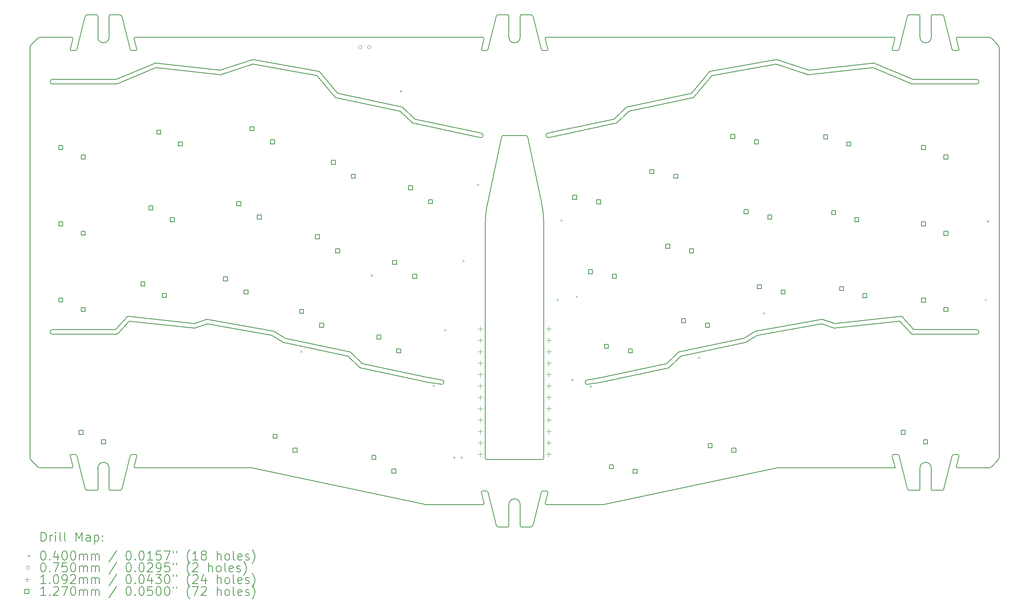
<source format=gbr>
%FSLAX45Y45*%
G04 Gerber Fmt 4.5, Leading zero omitted, Abs format (unit mm)*
G04 Created by KiCad (PCBNEW (6.0.4-0)) date 2022-11-11 23:09:15*
%MOMM*%
%LPD*%
G01*
G04 APERTURE LIST*
%TA.AperFunction,Profile*%
%ADD10C,0.150000*%
%TD*%
%ADD11C,0.200000*%
%ADD12C,0.040000*%
%ADD13C,0.075000*%
%ADD14C,0.109220*%
%ADD15C,0.127000*%
G04 APERTURE END LIST*
D10*
X23355500Y-4989336D02*
X23355500Y-4514336D01*
X18306626Y-6337484D02*
G75*
G03*
X18317892Y-6330656I-4166J19584D01*
G01*
X24187519Y-4989331D02*
G75*
G03*
X24163266Y-5020399I11J-25009D01*
G01*
X16309990Y-15408656D02*
G75*
G03*
X16330781Y-15406471I0J100016D01*
G01*
X10885396Y-12360630D02*
G75*
G03*
X10895131Y-12365809I13895J14380D01*
G01*
X4799539Y-4489338D02*
G75*
G03*
X4751032Y-4527209I1J-50002D01*
G01*
X20860547Y-5722006D02*
X20158933Y-5490909D01*
X22805500Y-14594700D02*
X22738266Y-14325763D01*
X13560260Y-7227638D02*
G75*
G03*
X13581051Y-7129824I10390J48908D01*
G01*
X24949789Y-5018626D02*
G75*
G03*
X24879079Y-4989336I-70709J-70704D01*
G01*
X13578266Y-5258273D02*
X13637734Y-5020399D01*
X24222734Y-14325763D02*
G75*
G03*
X24198481Y-14294700I-24254J6063D01*
G01*
X5035500Y-15069700D02*
X5035500Y-14594700D01*
X14320500Y-7178731D02*
X14563129Y-7178731D01*
X13602519Y-15108656D02*
X13700981Y-15108656D01*
X13613481Y-15408662D02*
G75*
G03*
X13637734Y-15377593I-1J25002D01*
G01*
X4565234Y-14313637D02*
G75*
G03*
X4540981Y-14294700I-24254J-6063D01*
G01*
X23184460Y-6030176D02*
X24620500Y-6030176D01*
X7470797Y-11280888D02*
X8941143Y-11540150D01*
X13462445Y-7206848D02*
X12055278Y-6907745D01*
X3520500Y-5230757D02*
X3520500Y-14353279D01*
X21454211Y-11370924D02*
G75*
G03*
X21462496Y-11371797I6189J18974D01*
G01*
X5521461Y-15094701D02*
G75*
G03*
X5569968Y-15056827I-1J50001D01*
G01*
X3549789Y-14423989D02*
X3691211Y-14565411D01*
X23630500Y-15094700D02*
X23841461Y-15094700D01*
X15080740Y-7227639D02*
X15178555Y-7206848D01*
X16809788Y-6556524D02*
X16546614Y-6810716D01*
X23605500Y-14594700D02*
G75*
G03*
X23355500Y-14594700I-125000J0D01*
G01*
X19728596Y-11637963D02*
X19467541Y-11794284D01*
X14445500Y-15408656D02*
X14445500Y-15883656D01*
X9173458Y-11794285D02*
G75*
G03*
X9179575Y-11796688I10272J17165D01*
G01*
X5902734Y-14325763D02*
G75*
G03*
X5878481Y-14294700I-24254J6063D01*
G01*
X23206644Y-11503642D02*
G75*
G03*
X23221431Y-11510176I14786J13462D01*
G01*
X13725236Y-15127592D02*
G75*
G03*
X13700981Y-15108656I-24257J-6068D01*
G01*
X18727029Y-5842518D02*
G75*
G03*
X18715078Y-5849484I3491J-19722D01*
G01*
X14170500Y-4489336D02*
X13959539Y-4489336D01*
X23841461Y-4489336D02*
X23630500Y-4489336D01*
X14729970Y-4527209D02*
G75*
G03*
X14681461Y-4489336I-48510J-12131D01*
G01*
X5878481Y-5289342D02*
G75*
G03*
X5902734Y-5258273I-1J25002D01*
G01*
X13560259Y-7227639D02*
X13462445Y-7206848D01*
X13670500Y-10908656D02*
X13670500Y-9118865D01*
X5463756Y-11610176D02*
X4020500Y-11610176D01*
X5569970Y-4527209D02*
G75*
G03*
X5521461Y-4489336I-48510J-12131D01*
G01*
X4751032Y-4527209D02*
X4565234Y-5270399D01*
X24100019Y-14294699D02*
G75*
G03*
X24075766Y-14313637I1J-25001D01*
G01*
X13637738Y-5020400D02*
G75*
G03*
X13613481Y-4989336I-24259J6060D01*
G01*
X13725234Y-15127593D02*
X13911032Y-15870783D01*
X22951539Y-11223492D02*
G75*
G03*
X22934662Y-11217066I-14789J-13468D01*
G01*
X5285500Y-4514336D02*
X5285500Y-4989336D01*
X12691125Y-12731864D02*
X12401910Y-12686056D01*
X10612485Y-12101262D02*
X9179575Y-11796688D01*
X11772632Y-6643199D02*
X10334374Y-6337487D01*
X4418271Y-5258274D02*
G75*
G03*
X4442519Y-5289336I24249J-6066D01*
G01*
X24620500Y-11610176D02*
X23177244Y-11610176D01*
X14470500Y-4489340D02*
G75*
G03*
X14445500Y-4514336I0J-25000D01*
G01*
X11782367Y-6648378D02*
G75*
G03*
X11772632Y-6643199I-13897J-14382D01*
G01*
X5902734Y-14325763D02*
X5843266Y-14563637D01*
X15157764Y-7109033D02*
X15059949Y-7129824D01*
X5755769Y-5270398D02*
G75*
G03*
X5780019Y-5289336I24251J6058D01*
G01*
X14915766Y-5270399D02*
X14729968Y-4527209D01*
X5463756Y-11610175D02*
G75*
G03*
X5478544Y-11603642I4J19995D01*
G01*
X14445500Y-4514336D02*
X14445500Y-4989336D01*
X12331010Y-15408656D02*
X13613481Y-15408656D01*
X21443488Y-11472601D02*
G75*
G03*
X21451772Y-11473475I6192J19001D01*
G01*
X5569968Y-15056827D02*
X5755766Y-14313637D01*
X6312727Y-5672546D02*
X5464280Y-6028618D01*
X4751033Y-15056826D02*
G75*
G03*
X4799539Y-15094700I48507J12127D01*
G01*
X13613481Y-4989336D02*
X5867519Y-4989336D01*
X14970500Y-9118392D02*
G75*
G03*
X14926989Y-8703483I-2000000J2D01*
G01*
X10389287Y-6246925D02*
X11821476Y-6551347D01*
X3520501Y-14353279D02*
G75*
G03*
X3549789Y-14423989I99999J-1D01*
G01*
X19430458Y-11699932D02*
X19693055Y-11542687D01*
X22328273Y-5672546D02*
X23176720Y-6028618D01*
X5035500Y-4989336D02*
X5035500Y-4514336D01*
X15934231Y-12633095D02*
G75*
G03*
X15949875Y-12731864I7819J-49385D01*
G01*
X17745870Y-12365810D02*
G75*
G03*
X17755606Y-12360631I-4170J19580D01*
G01*
X8489467Y-5593757D02*
X7791349Y-5823702D01*
X21179870Y-11281567D02*
G75*
G03*
X21170203Y-11280888I-6190J-18983D01*
G01*
X20857999Y-5824596D02*
X22318443Y-5671097D01*
X22762519Y-14294700D02*
X22860981Y-14294700D01*
X9913971Y-5842520D02*
X8499196Y-5593057D01*
X5310500Y-4489340D02*
G75*
G03*
X5285500Y-4514336I0J-25000D01*
G01*
X5035504Y-4514336D02*
G75*
G03*
X5010500Y-4489336I-25004J-4D01*
G01*
X24879079Y-4989336D02*
X24187519Y-4989336D01*
X19735398Y-11635425D02*
G75*
G03*
X19728596Y-11637963I3473J-19695D01*
G01*
X7772105Y-5722898D02*
G75*
G03*
X7780453Y-5722006I2095J19888D01*
G01*
X14681461Y-4489336D02*
X14470500Y-4489336D01*
X23841461Y-15094701D02*
G75*
G03*
X23889968Y-15056827I-1J50001D01*
G01*
X5780019Y-14294699D02*
G75*
G03*
X5755766Y-14313637I1J-25001D01*
G01*
X14195500Y-4989336D02*
X14195500Y-4514336D01*
X5285500Y-14594700D02*
X5285500Y-15069700D01*
X23162456Y-11603642D02*
X22911670Y-11328232D01*
X5729330Y-11328232D02*
X5478544Y-11603642D01*
X5867519Y-14594700D02*
X8480627Y-14594700D01*
X11831213Y-6556523D02*
G75*
G03*
X11821476Y-6551347I-13893J-14387D01*
G01*
X24620500Y-5930176D02*
X23204593Y-5930176D01*
X14970500Y-9118392D02*
X14970500Y-10908656D01*
X5285500Y-14594700D02*
G75*
G03*
X5035500Y-14594700I-125000J0D01*
G01*
X13670500Y-10908656D02*
X13670500Y-14388656D01*
X16819525Y-6551348D02*
G75*
G03*
X16809788Y-6556524I4166J-19582D01*
G01*
X15038481Y-5289332D02*
G75*
G03*
X15062734Y-5258273I9J24992D01*
G01*
X5456540Y-6030176D02*
G75*
G03*
X5464280Y-6028618I0J20006D01*
G01*
X18673371Y-5750442D02*
G75*
G03*
X18661419Y-5757403I3469J-19698D01*
G01*
X14445500Y-15408656D02*
G75*
G03*
X14195500Y-15408656I-125000J0D01*
G01*
X20149204Y-5490209D02*
X18673370Y-5750438D01*
X3549791Y-5160048D02*
G75*
G03*
X3520500Y-5230757I70709J-70712D01*
G01*
X25091209Y-14423988D02*
G75*
G03*
X25120500Y-14353279I-70699J70708D01*
G01*
X22860981Y-5289336D02*
X22762519Y-5289336D01*
X16330781Y-15406471D02*
X20139582Y-14596885D01*
X4453481Y-14594701D02*
G75*
G03*
X4477734Y-14563637I-1J25001D01*
G01*
X20158934Y-5490909D02*
G75*
G03*
X20149204Y-5490209I-6254J-18972D01*
G01*
X7186789Y-11370923D02*
X7461130Y-11281567D01*
X10885394Y-12360631D02*
X10622221Y-12106440D01*
X13690500Y-14408656D02*
X14950500Y-14408656D01*
X7189228Y-11473475D02*
G75*
G03*
X7197512Y-11472601I2092J19885D01*
G01*
X24187519Y-14594700D02*
X24879079Y-14594700D01*
X22860981Y-5289342D02*
G75*
G03*
X22885234Y-5270399I-11J25012D01*
G01*
X10671064Y-12014588D02*
G75*
G03*
X10661329Y-12009410I-13894J-14382D01*
G01*
X5010500Y-4489336D02*
X4799539Y-4489336D01*
X11831212Y-6556524D02*
X12094385Y-6810716D01*
X5878481Y-5289336D02*
X5780019Y-5289336D01*
X22762519Y-14294699D02*
G75*
G03*
X22738266Y-14325763I1J-25001D01*
G01*
X21462496Y-11371797D02*
X22934662Y-11217066D01*
X13911032Y-4527209D02*
X13725234Y-5270399D01*
X16221890Y-12587506D02*
X17697025Y-12273957D01*
X7470797Y-11280890D02*
G75*
G03*
X7461130Y-11281567I-3477J-19700D01*
G01*
X3691210Y-14565411D02*
G75*
G03*
X3761921Y-14594700I70710J70711D01*
G01*
X5035500Y-4989336D02*
G75*
G03*
X5285500Y-4989336I125000J0D01*
G01*
X10323109Y-6330656D02*
G75*
G03*
X10334374Y-6337487I15422J12726D01*
G01*
X7189228Y-11473475D02*
X5746209Y-11321808D01*
X24198481Y-5289336D02*
X24100019Y-5289336D01*
X10622223Y-12106437D02*
G75*
G03*
X10612485Y-12101262I-13893J-14393D01*
G01*
X14612041Y-7218359D02*
G75*
G03*
X14563129Y-7178731I-48911J-10371D01*
G01*
X8947945Y-11542687D02*
X9210543Y-11699932D01*
X9979581Y-5757403D02*
X10378021Y-6240094D01*
X20860547Y-5722006D02*
G75*
G03*
X20868895Y-5722900I6253J18956D01*
G01*
X10323108Y-6330656D02*
X9925922Y-5849484D01*
X21172643Y-11384384D02*
G75*
G03*
X21162976Y-11383705I-6193J-19006D01*
G01*
X25120500Y-14353279D02*
X25120500Y-5230757D01*
X23605500Y-15069700D02*
G75*
G03*
X23630500Y-15094700I25000J0D01*
G01*
X14078696Y-7178726D02*
G75*
G03*
X14029789Y-7218336I4J-50004D01*
G01*
X20151534Y-5593756D02*
G75*
G03*
X20141804Y-5593057I-6254J-18964D01*
G01*
X24163266Y-14563637D02*
G75*
G03*
X24187519Y-14594700I24254J-6063D01*
G01*
X10671065Y-12014588D02*
X10934238Y-12268779D01*
X5706338Y-11217065D02*
G75*
G03*
X5689460Y-11223491I-2088J-19895D01*
G01*
X4020500Y-11510184D02*
G75*
G03*
X4020500Y-11610176I0J-49996D01*
G01*
X15027519Y-4989331D02*
G75*
G03*
X15003266Y-5020399I11J-25009D01*
G01*
X22797726Y-5020397D02*
G75*
G03*
X22773481Y-4989336I-24247J6067D01*
G01*
X22911669Y-11328233D02*
G75*
G03*
X22894791Y-11321808I-14789J-13467D01*
G01*
X13714204Y-8703041D02*
G75*
G03*
X13670500Y-9118865I1956296J-415819D01*
G01*
X15038481Y-5289336D02*
X14940019Y-5289336D01*
X8501418Y-14596885D02*
G75*
G03*
X8480627Y-14594700I-20788J-97805D01*
G01*
X22738259Y-5258271D02*
G75*
G03*
X22762519Y-5289336I24261J-6059D01*
G01*
X17979672Y-12009410D02*
X19424341Y-11702336D01*
X22738266Y-5258273D02*
X22797734Y-5020399D01*
X10378018Y-6240097D02*
G75*
G03*
X10389287Y-6246925I15422J12737D01*
G01*
X23330500Y-15094700D02*
G75*
G03*
X23355500Y-15069700I0J25000D01*
G01*
X15062738Y-15139720D02*
G75*
G03*
X15038481Y-15108656I-24258J6061D01*
G01*
X16595458Y-6902567D02*
X16858632Y-6648376D01*
X13602519Y-15108660D02*
G75*
G03*
X13578266Y-15139719I1J-25000D01*
G01*
X12045541Y-6902567D02*
X11782368Y-6648376D01*
X5419569Y-11510176D02*
G75*
G03*
X5434356Y-11503642I2J19996D01*
G01*
X18661419Y-5757403D02*
X18262979Y-6240094D01*
X12401910Y-12686056D02*
X12400881Y-12685866D01*
X24163266Y-5020399D02*
X24222734Y-5258273D01*
X23196854Y-5928617D02*
G75*
G03*
X23204593Y-5930176I7736J18407D01*
G01*
X24198481Y-5289332D02*
G75*
G03*
X24222734Y-5258273I9J24992D01*
G01*
X8912404Y-11637963D02*
G75*
G03*
X8905603Y-11635425I-10274J-17157D01*
G01*
X15003266Y-5020399D02*
X15062734Y-5258273D01*
X22894791Y-11321808D02*
X21451772Y-11473475D01*
X14950500Y-14408650D02*
G75*
G03*
X14970500Y-14388656I10J19990D01*
G01*
X7468357Y-11384384D02*
X7197512Y-11472601D01*
X12094385Y-6810716D02*
G75*
G03*
X12104122Y-6815893I13895J14386D01*
G01*
X5780019Y-14294700D02*
X5878481Y-14294700D01*
X18251713Y-6246925D02*
X16819524Y-6551347D01*
X9210543Y-11699932D02*
G75*
G03*
X9216659Y-11702336I10277J17162D01*
G01*
X14195500Y-4989336D02*
G75*
G03*
X14445500Y-4989336I125000J0D01*
G01*
X22343325Y-5570413D02*
G75*
G03*
X22333494Y-5568965I-7745J-18477D01*
G01*
X3691211Y-5018625D02*
X3549789Y-5160047D01*
X24620500Y-11610184D02*
G75*
G03*
X24620500Y-11510176I0J50004D01*
G01*
X6307506Y-5568965D02*
X7772105Y-5722900D01*
X14320500Y-7178731D02*
X14078696Y-7178731D01*
X4540981Y-5289340D02*
G75*
G03*
X4565234Y-5270399I-1J25000D01*
G01*
X24075769Y-5270398D02*
G75*
G03*
X24100019Y-5289336I24251J6058D01*
G01*
X24620500Y-6030184D02*
G75*
G03*
X24620500Y-5930176I0J50004D01*
G01*
X9979581Y-5757402D02*
G75*
G03*
X9967630Y-5750438I-15421J-12728D01*
G01*
X5843266Y-5020399D02*
X5902734Y-5258273D01*
X14940019Y-15108656D02*
X15038481Y-15108656D01*
X22333494Y-5568965D02*
X20868895Y-5722900D01*
X12104122Y-6815893D02*
X13483236Y-7109033D01*
X8499196Y-5593058D02*
G75*
G03*
X8489467Y-5593757I-3476J-19692D01*
G01*
X23889963Y-4527211D02*
G75*
G03*
X23841461Y-4489336I-48503J-12120D01*
G01*
X16868368Y-6643199D02*
X18306626Y-6337487D01*
X16868368Y-6643196D02*
G75*
G03*
X16858632Y-6648376I4152J-19544D01*
G01*
X23630500Y-4489330D02*
G75*
G03*
X23605500Y-4514336I10J-25010D01*
G01*
X25091211Y-5160047D02*
X24949789Y-5018625D01*
X4477734Y-14563637D02*
X4418266Y-14325763D01*
X17706762Y-12268779D02*
X17969935Y-12014588D01*
X14729968Y-15870783D02*
X14915766Y-15127593D01*
X23605500Y-14594700D02*
X23605500Y-15069700D01*
X16536878Y-6815893D02*
G75*
G03*
X16546614Y-6810716I-4158J19563D01*
G01*
X23221431Y-11510176D02*
X24620500Y-11510176D01*
X12045542Y-6902566D02*
G75*
G03*
X12055278Y-6907745I13898J14387D01*
G01*
X14470500Y-15908656D02*
X14681461Y-15908656D01*
X23605500Y-4514336D02*
X23605500Y-4989336D01*
X19461425Y-11796688D02*
X18028516Y-12101262D01*
X4799539Y-15094700D02*
X5010500Y-15094700D01*
X22773481Y-4989336D02*
X15027519Y-4989336D01*
X23330500Y-4489336D02*
X23119539Y-4489336D01*
X9925924Y-5849482D02*
G75*
G03*
X9913971Y-5842520I-15424J-12738D01*
G01*
X18317892Y-6330656D02*
X18715078Y-5849484D01*
X19699857Y-11540150D02*
X21170203Y-11280888D01*
X15027519Y-15408656D02*
X16309990Y-15408656D01*
X5434356Y-11503642D02*
X5689460Y-11223491D01*
X18018779Y-12106440D02*
X17755606Y-12360631D01*
X10943975Y-12273957D02*
X12419110Y-12587506D01*
X8491796Y-5490209D02*
X9967630Y-5750438D01*
X16585723Y-6907747D02*
G75*
G03*
X16595458Y-6902567I-4153J19547D01*
G01*
X24879079Y-14594699D02*
G75*
G03*
X24949789Y-14565411I1J99999D01*
G01*
X4442519Y-14294699D02*
G75*
G03*
X4418266Y-14325763I1J-25001D01*
G01*
X12691125Y-12731864D02*
G75*
G03*
X12706769Y-12633095I7825J49384D01*
G01*
X13637734Y-15377593D02*
X13578266Y-15139719D01*
X4020500Y-5930184D02*
G75*
G03*
X4020500Y-6030176I0J-49996D01*
G01*
X18727029Y-5842520D02*
X20141804Y-5593057D01*
X13959539Y-4489338D02*
G75*
G03*
X13911032Y-4527209I1J-50002D01*
G01*
X22885234Y-14313637D02*
X23071032Y-15056827D01*
X4540981Y-5289336D02*
X4442519Y-5289336D01*
X12400881Y-12685866D02*
X10895131Y-12365809D01*
X7783001Y-5824596D02*
X6322557Y-5671097D01*
X14170500Y-15908660D02*
G75*
G03*
X14195500Y-15883656I0J25000D01*
G01*
X21162976Y-11383705D02*
X19735398Y-11635425D01*
X24222734Y-14325763D02*
X24163266Y-14563637D01*
X4020500Y-5930176D02*
X5436407Y-5930176D01*
X5010500Y-15094700D02*
G75*
G03*
X5035500Y-15069700I0J25000D01*
G01*
X15059949Y-7129823D02*
G75*
G03*
X15080740Y-7227639I10401J-48907D01*
G01*
X23889968Y-15056827D02*
X24075766Y-14313637D01*
X3761921Y-4989338D02*
G75*
G03*
X3691211Y-5018625I-1J-100002D01*
G01*
X15003271Y-15377594D02*
G75*
G03*
X15027519Y-15408656I24249J-6066D01*
G01*
X12419110Y-12587506D02*
X12420140Y-12587697D01*
X16220860Y-12587697D02*
X16221890Y-12587506D01*
X13700981Y-5289340D02*
G75*
G03*
X13725234Y-5270399I-1J25000D01*
G01*
X17697026Y-12273959D02*
G75*
G03*
X17706762Y-12268779I-4176J19589D01*
G01*
X14445504Y-15883656D02*
G75*
G03*
X14470500Y-15908656I24996J-4D01*
G01*
X20849651Y-5823702D02*
G75*
G03*
X20857999Y-5824596I6259J19012D01*
G01*
X22951540Y-11223491D02*
X23206644Y-11503642D01*
X19699858Y-11540151D02*
G75*
G03*
X19693055Y-11542687I3462J-19679D01*
G01*
X5706338Y-11217066D02*
X7178504Y-11371797D01*
X14915769Y-5270398D02*
G75*
G03*
X14940019Y-5289336I24251J6058D01*
G01*
X5746209Y-11321807D02*
G75*
G03*
X5729330Y-11328232I-2089J-19893D01*
G01*
X22885234Y-14313637D02*
G75*
G03*
X22860981Y-14294700I-24254J-6063D01*
G01*
X8947944Y-11542687D02*
G75*
G03*
X8941143Y-11540150I-10274J-17153D01*
G01*
X16240119Y-12685866D02*
X16239090Y-12686056D01*
X16536878Y-6815893D02*
X15157764Y-7109033D01*
X22328273Y-5672545D02*
G75*
G03*
X22318443Y-5671097I-7743J-18475D01*
G01*
X8905603Y-11635425D02*
X7478024Y-11383705D01*
X23119539Y-4489328D02*
G75*
G03*
X23071032Y-4527209I11J-50012D01*
G01*
X5755766Y-5270399D02*
X5569968Y-4527209D01*
X23355500Y-4989336D02*
G75*
G03*
X23605500Y-4989336I125000J0D01*
G01*
X13670504Y-14388656D02*
G75*
G03*
X13690500Y-14408656I19996J-4D01*
G01*
X23176721Y-6028618D02*
G75*
G03*
X23184460Y-6030176I7739J18438D01*
G01*
X4418266Y-5258273D02*
X4477734Y-5020399D01*
X23355494Y-4514336D02*
G75*
G03*
X23330500Y-4489336I-24994J6D01*
G01*
X23119539Y-15094700D02*
X23330500Y-15094700D01*
X8501418Y-14596885D02*
X12310219Y-15406471D01*
X14681461Y-15908658D02*
G75*
G03*
X14729968Y-15870783I9J49988D01*
G01*
X18251713Y-6246926D02*
G75*
G03*
X18262979Y-6240094I-4173J19586D01*
G01*
X14195500Y-15883656D02*
X14195500Y-15408656D01*
X21443488Y-11472601D02*
X21172643Y-11384384D01*
X25120498Y-5230757D02*
G75*
G03*
X25091211Y-5160047I-99988J7D01*
G01*
X13911036Y-15870782D02*
G75*
G03*
X13959539Y-15908656I48504J12122D01*
G01*
X14612041Y-7218359D02*
X14926989Y-8703483D01*
X5867519Y-4989340D02*
G75*
G03*
X5843266Y-5020399I1J-25000D01*
G01*
X5285500Y-15069700D02*
G75*
G03*
X5310500Y-15094700I25000J0D01*
G01*
X23196854Y-5928618D02*
X22343324Y-5570413D01*
X15062734Y-15139719D02*
X15003266Y-15377593D01*
X4477739Y-5020400D02*
G75*
G03*
X4453481Y-4989336I-24259J6060D01*
G01*
X14970500Y-14388656D02*
X14970500Y-10908656D01*
X17979672Y-12009412D02*
G75*
G03*
X17969935Y-12014588I4148J-19548D01*
G01*
X23162457Y-11603641D02*
G75*
G03*
X23177244Y-11610176I14783J13451D01*
G01*
X9173459Y-11794284D02*
X8912404Y-11637963D01*
X16239090Y-12686056D02*
X15949875Y-12731864D01*
X24949789Y-14565411D02*
X25091211Y-14423989D01*
X9216659Y-11702336D02*
X10661329Y-12009410D01*
X23071033Y-15056826D02*
G75*
G03*
X23119539Y-15094700I48507J12127D01*
G01*
X20160373Y-14594700D02*
X22805500Y-14594700D01*
X8491796Y-5490211D02*
G75*
G03*
X8482067Y-5490909I-3476J-19699D01*
G01*
X13959539Y-15908656D02*
X14170500Y-15908656D01*
X4020500Y-11510176D02*
X5419569Y-11510176D01*
X15934231Y-12633095D02*
X16220860Y-12587697D01*
X7478024Y-11383705D02*
G75*
G03*
X7468357Y-11384384I-3474J-19695D01*
G01*
X24075766Y-5270399D02*
X23889968Y-4527209D01*
X5843266Y-14563637D02*
G75*
G03*
X5867519Y-14594700I24254J-6063D01*
G01*
X19461425Y-11796689D02*
G75*
G03*
X19467541Y-11794284I-4185J19619D01*
G01*
X14940019Y-15108649D02*
G75*
G03*
X14915766Y-15127593I11J-25011D01*
G01*
X6307506Y-5568963D02*
G75*
G03*
X6297676Y-5570413I-2086J-19898D01*
G01*
X12310219Y-15406471D02*
G75*
G03*
X12331010Y-15408656I20791J97821D01*
G01*
X13700981Y-5289336D02*
X13602519Y-5289336D01*
X3761921Y-14594700D02*
X4453481Y-14594700D01*
X12420140Y-12587697D02*
X12706769Y-12633095D01*
X15178555Y-7206848D02*
X16585722Y-6907745D01*
X14029789Y-7218336D02*
X13714205Y-8703041D01*
X5436407Y-5930174D02*
G75*
G03*
X5444146Y-5928618I3J20005D01*
G01*
X23071032Y-4527209D02*
X22885234Y-5270399D01*
X7780453Y-5722006D02*
X8482067Y-5490909D01*
X5521461Y-4489336D02*
X5310500Y-4489336D01*
X7783001Y-5824597D02*
G75*
G03*
X7791349Y-5823702I2089J19897D01*
G01*
X19424341Y-11702336D02*
G75*
G03*
X19430458Y-11699932I-4151J19546D01*
G01*
X20151534Y-5593757D02*
X20849651Y-5823702D01*
X4565234Y-14313637D02*
X4751032Y-15056827D01*
X4453481Y-4989336D02*
X3761921Y-4989336D01*
X13578271Y-5258274D02*
G75*
G03*
X13602519Y-5289336I24249J-6066D01*
G01*
X5456540Y-6030176D02*
X4020500Y-6030176D01*
X14195504Y-4514336D02*
G75*
G03*
X14170500Y-4489336I-25004J-4D01*
G01*
X18028515Y-12101261D02*
G75*
G03*
X18018779Y-12106440I4185J-19609D01*
G01*
X7178504Y-11371799D02*
G75*
G03*
X7186789Y-11370923I2086J19889D01*
G01*
X13483236Y-7109033D02*
X13581051Y-7129824D01*
X24100019Y-14294700D02*
X24198481Y-14294700D01*
X20160373Y-14594699D02*
G75*
G03*
X20139582Y-14596885I7J-100031D01*
G01*
X10934237Y-12268781D02*
G75*
G03*
X10943975Y-12273957I13893J14391D01*
G01*
X5444146Y-5928618D02*
X6297676Y-5570413D01*
X23355500Y-15069700D02*
X23355500Y-14594700D01*
X6322557Y-5671096D02*
G75*
G03*
X6312727Y-5672546I-2087J-19894D01*
G01*
X4442519Y-14294700D02*
X4540981Y-14294700D01*
X17745870Y-12365809D02*
X16240119Y-12685866D01*
X21179870Y-11281567D02*
X21454211Y-11370923D01*
X5310500Y-15094700D02*
X5521461Y-15094700D01*
D11*
D12*
X9544238Y-11973483D02*
X9584238Y-12013483D01*
X9584238Y-11973483D02*
X9544238Y-12013483D01*
X11116389Y-10284160D02*
X11156389Y-10324160D01*
X11156389Y-10284160D02*
X11116389Y-10324160D01*
X11763153Y-6172691D02*
X11803153Y-6212691D01*
X11803153Y-6172691D02*
X11763153Y-6212691D01*
X12498415Y-12738611D02*
X12538415Y-12778611D01*
X12538415Y-12738611D02*
X12498415Y-12778611D01*
X12750589Y-11495760D02*
X12790589Y-11535760D01*
X12790589Y-11495760D02*
X12750589Y-11535760D01*
X12952103Y-14337041D02*
X12992103Y-14377041D01*
X12992103Y-14337041D02*
X12952103Y-14377041D01*
X13116703Y-14339941D02*
X13156703Y-14379941D01*
X13156703Y-14339941D02*
X13116703Y-14379941D01*
X13159889Y-9950560D02*
X13199889Y-9990560D01*
X13199889Y-9950560D02*
X13159889Y-9990560D01*
X13482489Y-8257760D02*
X13522489Y-8297760D01*
X13522489Y-8257760D02*
X13482489Y-8297760D01*
X15262800Y-10822200D02*
X15302800Y-10862200D01*
X15302800Y-10822200D02*
X15262800Y-10862200D01*
X15345189Y-9054760D02*
X15385189Y-9094760D01*
X15385189Y-9054760D02*
X15345189Y-9094760D01*
X15585288Y-12610560D02*
X15625288Y-12650560D01*
X15625288Y-12610560D02*
X15585288Y-12650560D01*
X15683389Y-10745960D02*
X15723389Y-10785960D01*
X15723389Y-10745960D02*
X15683389Y-10785960D01*
X15991103Y-12757340D02*
X16031103Y-12797340D01*
X16031103Y-12757340D02*
X15991103Y-12797340D01*
X18412283Y-12114331D02*
X18452283Y-12154331D01*
X18452283Y-12114331D02*
X18412283Y-12154331D01*
X19855089Y-11121760D02*
X19895089Y-11161760D01*
X19895089Y-11121760D02*
X19855089Y-11161760D01*
X24797389Y-10828760D02*
X24837389Y-10868760D01*
X24837389Y-10828760D02*
X24797389Y-10868760D01*
X24848289Y-9075260D02*
X24888289Y-9115260D01*
X24888289Y-9075260D02*
X24848289Y-9115260D01*
D13*
X10919503Y-5210341D02*
G75*
G03*
X10919503Y-5210341I-37500J0D01*
G01*
X11119503Y-5210341D02*
G75*
G03*
X11119503Y-5210341I-37500J0D01*
G01*
D14*
X13559266Y-11439449D02*
X13559266Y-11548669D01*
X13504656Y-11494059D02*
X13613876Y-11494059D01*
X13559266Y-11693449D02*
X13559266Y-11802669D01*
X13504656Y-11748059D02*
X13613876Y-11748059D01*
X13559266Y-11947449D02*
X13559266Y-12056669D01*
X13504656Y-12002059D02*
X13613876Y-12002059D01*
X13559266Y-12201449D02*
X13559266Y-12310669D01*
X13504656Y-12256059D02*
X13613876Y-12256059D01*
X13559266Y-12455449D02*
X13559266Y-12564669D01*
X13504656Y-12510059D02*
X13613876Y-12510059D01*
X13559266Y-12709449D02*
X13559266Y-12818669D01*
X13504656Y-12764059D02*
X13613876Y-12764059D01*
X13559266Y-12963449D02*
X13559266Y-13072669D01*
X13504656Y-13018059D02*
X13613876Y-13018059D01*
X13559266Y-13217449D02*
X13559266Y-13326669D01*
X13504656Y-13272059D02*
X13613876Y-13272059D01*
X13559266Y-13471449D02*
X13559266Y-13580669D01*
X13504656Y-13526059D02*
X13613876Y-13526059D01*
X13559266Y-13725449D02*
X13559266Y-13834669D01*
X13504656Y-13780059D02*
X13613876Y-13780059D01*
X13559266Y-13979449D02*
X13559266Y-14088669D01*
X13504656Y-14034059D02*
X13613876Y-14034059D01*
X13559266Y-14233449D02*
X13559266Y-14342669D01*
X13504656Y-14288059D02*
X13613876Y-14288059D01*
X15083266Y-11439449D02*
X15083266Y-11548669D01*
X15028656Y-11494059D02*
X15137876Y-11494059D01*
X15083266Y-11693449D02*
X15083266Y-11802669D01*
X15028656Y-11748059D02*
X15137876Y-11748059D01*
X15083266Y-11947449D02*
X15083266Y-12056669D01*
X15028656Y-12002059D02*
X15137876Y-12002059D01*
X15083266Y-12201449D02*
X15083266Y-12310669D01*
X15028656Y-12256059D02*
X15137876Y-12256059D01*
X15083266Y-12455449D02*
X15083266Y-12564669D01*
X15028656Y-12510059D02*
X15137876Y-12510059D01*
X15083266Y-12709449D02*
X15083266Y-12818669D01*
X15028656Y-12764059D02*
X15137876Y-12764059D01*
X15083266Y-12963449D02*
X15083266Y-13072669D01*
X15028656Y-13018059D02*
X15137876Y-13018059D01*
X15083266Y-13217449D02*
X15083266Y-13326669D01*
X15028656Y-13272059D02*
X15137876Y-13272059D01*
X15083266Y-13471449D02*
X15083266Y-13580669D01*
X15028656Y-13526059D02*
X15137876Y-13526059D01*
X15083266Y-13725449D02*
X15083266Y-13834669D01*
X15028656Y-13780059D02*
X15137876Y-13780059D01*
X15083266Y-13979449D02*
X15083266Y-14088669D01*
X15028656Y-14034059D02*
X15137876Y-14034059D01*
X15083266Y-14233449D02*
X15083266Y-14342669D01*
X15028656Y-14288059D02*
X15137876Y-14288059D01*
D15*
X4255568Y-7495160D02*
X4255568Y-7405357D01*
X4165764Y-7405357D01*
X4165764Y-7495160D01*
X4255568Y-7495160D01*
X4255568Y-10895161D02*
X4255568Y-10805357D01*
X4165764Y-10805357D01*
X4165764Y-10895161D01*
X4255568Y-10895161D01*
X4255568Y-9195160D02*
X4255568Y-9105357D01*
X4165765Y-9105357D01*
X4165765Y-9195160D01*
X4255568Y-9195160D01*
X4705968Y-13845861D02*
X4705968Y-13756057D01*
X4616164Y-13756057D01*
X4616164Y-13845861D01*
X4705968Y-13845861D01*
X4755568Y-7705160D02*
X4755568Y-7615357D01*
X4665764Y-7615357D01*
X4665764Y-7705160D01*
X4755568Y-7705160D01*
X4755568Y-11105161D02*
X4755568Y-11015357D01*
X4665764Y-11015357D01*
X4665764Y-11105161D01*
X4755568Y-11105161D01*
X4755568Y-9405160D02*
X4755568Y-9315357D01*
X4665765Y-9315357D01*
X4665765Y-9405160D01*
X4755568Y-9405160D01*
X5205968Y-14055861D02*
X5205968Y-13966057D01*
X5116164Y-13966057D01*
X5116164Y-14055861D01*
X5205968Y-14055861D01*
X6084967Y-10532860D02*
X6084967Y-10443057D01*
X5995164Y-10443057D01*
X5995164Y-10532860D01*
X6084967Y-10532860D01*
X6262666Y-8842174D02*
X6262666Y-8752370D01*
X6172863Y-8752370D01*
X6172863Y-8842174D01*
X6262666Y-8842174D01*
X6440365Y-7151487D02*
X6440365Y-7061683D01*
X6350561Y-7061683D01*
X6350561Y-7151487D01*
X6440365Y-7151487D01*
X6560277Y-10793974D02*
X6560277Y-10704171D01*
X6470474Y-10704171D01*
X6470474Y-10793974D01*
X6560277Y-10793974D01*
X6737976Y-9103287D02*
X6737976Y-9013484D01*
X6648173Y-9013484D01*
X6648173Y-9103287D01*
X6737976Y-9103287D01*
X6915675Y-7412600D02*
X6915675Y-7322797D01*
X6825871Y-7322797D01*
X6825871Y-7412600D01*
X6915675Y-7412600D01*
X7926268Y-10423161D02*
X7926268Y-10333358D01*
X7836464Y-10333358D01*
X7836464Y-10423161D01*
X7926268Y-10423161D01*
X8221470Y-8748987D02*
X8221470Y-8659184D01*
X8131666Y-8659184D01*
X8131666Y-8748987D01*
X8221470Y-8748987D01*
X8382205Y-10716795D02*
X8382205Y-10626991D01*
X8292402Y-10626991D01*
X8292402Y-10716795D01*
X8382205Y-10716795D01*
X8516672Y-7074814D02*
X8516672Y-6985010D01*
X8426868Y-6985010D01*
X8426868Y-7074814D01*
X8516672Y-7074814D01*
X8677408Y-9042621D02*
X8677408Y-8952818D01*
X8587604Y-8952818D01*
X8587604Y-9042621D01*
X8677408Y-9042621D01*
X8972610Y-7368447D02*
X8972610Y-7278644D01*
X8882806Y-7278644D01*
X8882806Y-7368447D01*
X8972610Y-7368447D01*
X9030368Y-13933861D02*
X9030368Y-13844058D01*
X8940565Y-13844058D01*
X8940565Y-13933861D01*
X9030368Y-13933861D01*
X9475780Y-14243228D02*
X9475780Y-14153425D01*
X9385977Y-14153425D01*
X9385977Y-14243228D01*
X9475780Y-14243228D01*
X9622668Y-11148661D02*
X9622668Y-11058857D01*
X9532865Y-11058857D01*
X9532865Y-11148661D01*
X9622668Y-11148661D01*
X9976117Y-9485810D02*
X9976117Y-9396006D01*
X9886314Y-9396006D01*
X9886314Y-9485810D01*
X9976117Y-9485810D01*
X10068080Y-11458027D02*
X10068080Y-11368224D01*
X9978277Y-11368224D01*
X9978277Y-11458027D01*
X10068080Y-11458027D01*
X10329568Y-7822959D02*
X10329568Y-7733156D01*
X10239764Y-7733156D01*
X10239764Y-7822959D01*
X10329568Y-7822959D01*
X10421529Y-9795177D02*
X10421529Y-9705373D01*
X10331726Y-9705373D01*
X10331726Y-9795177D01*
X10421529Y-9795177D01*
X10774980Y-8132326D02*
X10774980Y-8042523D01*
X10685177Y-8042523D01*
X10685177Y-8132326D01*
X10774980Y-8132326D01*
X11231468Y-14401361D02*
X11231468Y-14311557D01*
X11141664Y-14311557D01*
X11141664Y-14401361D01*
X11231468Y-14401361D01*
X11341468Y-11718860D02*
X11341468Y-11629057D01*
X11251665Y-11629057D01*
X11251665Y-11718860D01*
X11341468Y-11718860D01*
X11676880Y-14710728D02*
X11676880Y-14620924D01*
X11587077Y-14620924D01*
X11587077Y-14710728D01*
X11676880Y-14710728D01*
X11694917Y-10056010D02*
X11694917Y-9966206D01*
X11605114Y-9966206D01*
X11605114Y-10056010D01*
X11694917Y-10056010D01*
X11786880Y-12028227D02*
X11786880Y-11938424D01*
X11697077Y-11938424D01*
X11697077Y-12028227D01*
X11786880Y-12028227D01*
X12048368Y-8393159D02*
X12048368Y-8303356D01*
X11958564Y-8303356D01*
X11958564Y-8393159D01*
X12048368Y-8393159D01*
X12140329Y-10365377D02*
X12140329Y-10275573D01*
X12050526Y-10275573D01*
X12050526Y-10365377D01*
X12140329Y-10365377D01*
X12493780Y-8702526D02*
X12493780Y-8612723D01*
X12403977Y-8612723D01*
X12403977Y-8702526D01*
X12493780Y-8702526D01*
X15704768Y-8601559D02*
X15704768Y-8511755D01*
X15614964Y-8511755D01*
X15614964Y-8601559D01*
X15704768Y-8601559D01*
X16058218Y-10264409D02*
X16058218Y-10174606D01*
X15968414Y-10174606D01*
X15968414Y-10264409D01*
X16058218Y-10264409D01*
X16237503Y-8703014D02*
X16237503Y-8613210D01*
X16147700Y-8613210D01*
X16147700Y-8703014D01*
X16237503Y-8703014D01*
X16411667Y-11927260D02*
X16411667Y-11837457D01*
X16321864Y-11837457D01*
X16321864Y-11927260D01*
X16411667Y-11927260D01*
X16521468Y-14609661D02*
X16521468Y-14519857D01*
X16431664Y-14519857D01*
X16431664Y-14609661D01*
X16521468Y-14609661D01*
X16590953Y-10365865D02*
X16590953Y-10276061D01*
X16501150Y-10276061D01*
X16501150Y-10365865D01*
X16590953Y-10365865D01*
X16944403Y-12028716D02*
X16944403Y-11938912D01*
X16854599Y-11938912D01*
X16854599Y-12028716D01*
X16944403Y-12028716D01*
X17054203Y-14711116D02*
X17054203Y-14621312D01*
X16964400Y-14621312D01*
X16964400Y-14711116D01*
X17054203Y-14711116D01*
X17424068Y-8031758D02*
X17424068Y-7941955D01*
X17334264Y-7941955D01*
X17334264Y-8031758D01*
X17424068Y-8031758D01*
X17777518Y-9694610D02*
X17777518Y-9604806D01*
X17687714Y-9604806D01*
X17687714Y-9694610D01*
X17777518Y-9694610D01*
X17956803Y-8133214D02*
X17956803Y-8043410D01*
X17867000Y-8043410D01*
X17867000Y-8133214D01*
X17956803Y-8133214D01*
X18130968Y-11357461D02*
X18130968Y-11267657D01*
X18041164Y-11267657D01*
X18041164Y-11357461D01*
X18130968Y-11357461D01*
X18310253Y-9796065D02*
X18310253Y-9706261D01*
X18220450Y-9706261D01*
X18220450Y-9796065D01*
X18310253Y-9796065D01*
X18663703Y-11458916D02*
X18663703Y-11369112D01*
X18573900Y-11369112D01*
X18573900Y-11458916D01*
X18663703Y-11458916D01*
X18722868Y-14141860D02*
X18722868Y-14052057D01*
X18633064Y-14052057D01*
X18633064Y-14141860D01*
X18722868Y-14141860D01*
X19229764Y-7249414D02*
X19229764Y-7159611D01*
X19139961Y-7159611D01*
X19139961Y-7249414D01*
X19229764Y-7249414D01*
X19255603Y-14243316D02*
X19255603Y-14153512D01*
X19165799Y-14153512D01*
X19165799Y-14243316D01*
X19255603Y-14243316D01*
X19524965Y-8923587D02*
X19524965Y-8833784D01*
X19435162Y-8833784D01*
X19435162Y-8923587D01*
X19524965Y-8923587D01*
X19758634Y-7369400D02*
X19758634Y-7279596D01*
X19668831Y-7279596D01*
X19668831Y-7369400D01*
X19758634Y-7369400D01*
X19820168Y-10597761D02*
X19820168Y-10507957D01*
X19730364Y-10507957D01*
X19730364Y-10597761D01*
X19820168Y-10597761D01*
X20053835Y-9043573D02*
X20053835Y-8953769D01*
X19964032Y-8953769D01*
X19964032Y-9043573D01*
X20053835Y-9043573D01*
X20349038Y-10717746D02*
X20349038Y-10627943D01*
X20259234Y-10627943D01*
X20259234Y-10717746D01*
X20349038Y-10717746D01*
X21296659Y-7256901D02*
X21296659Y-7167098D01*
X21206856Y-7167098D01*
X21206856Y-7256901D01*
X21296659Y-7256901D01*
X21474358Y-8947589D02*
X21474358Y-8857786D01*
X21384554Y-8857786D01*
X21384554Y-8947589D01*
X21474358Y-8947589D01*
X21652056Y-10638275D02*
X21652056Y-10548472D01*
X21562252Y-10548472D01*
X21562252Y-10638275D01*
X21652056Y-10638275D01*
X21815871Y-7413487D02*
X21815871Y-7323683D01*
X21726068Y-7323683D01*
X21726068Y-7413487D01*
X21815871Y-7413487D01*
X21993570Y-9104174D02*
X21993570Y-9014371D01*
X21903766Y-9014371D01*
X21903766Y-9104174D01*
X21993570Y-9104174D01*
X22171268Y-10794861D02*
X22171268Y-10705057D01*
X22081464Y-10705057D01*
X22081464Y-10794861D01*
X22171268Y-10794861D01*
X23025468Y-13846060D02*
X23025468Y-13756257D01*
X22935664Y-13756257D01*
X22935664Y-13846060D01*
X23025468Y-13846060D01*
X23475668Y-10895961D02*
X23475668Y-10806157D01*
X23385864Y-10806157D01*
X23385864Y-10895961D01*
X23475668Y-10895961D01*
X23475668Y-7495960D02*
X23475668Y-7406157D01*
X23385864Y-7406157D01*
X23385864Y-7495960D01*
X23475668Y-7495960D01*
X23475668Y-9195960D02*
X23475668Y-9106157D01*
X23385864Y-9106157D01*
X23385864Y-9195960D01*
X23475668Y-9195960D01*
X23525468Y-14056060D02*
X23525468Y-13966257D01*
X23435664Y-13966257D01*
X23435664Y-14056060D01*
X23525468Y-14056060D01*
X23975668Y-11105961D02*
X23975668Y-11016157D01*
X23885864Y-11016157D01*
X23885864Y-11105961D01*
X23975668Y-11105961D01*
X23975668Y-7705960D02*
X23975668Y-7616157D01*
X23885864Y-7616157D01*
X23885864Y-7705960D01*
X23975668Y-7705960D01*
X23975668Y-9405960D02*
X23975668Y-9316157D01*
X23885864Y-9316157D01*
X23885864Y-9405960D01*
X23975668Y-9405960D01*
D11*
X3770619Y-16226632D02*
X3770619Y-16026632D01*
X3818238Y-16026632D01*
X3846809Y-16036156D01*
X3865857Y-16055204D01*
X3875381Y-16074251D01*
X3884905Y-16112346D01*
X3884905Y-16140918D01*
X3875381Y-16179013D01*
X3865857Y-16198061D01*
X3846809Y-16217108D01*
X3818238Y-16226632D01*
X3770619Y-16226632D01*
X3970619Y-16226632D02*
X3970619Y-16093299D01*
X3970619Y-16131394D02*
X3980143Y-16112346D01*
X3989667Y-16102823D01*
X4008714Y-16093299D01*
X4027762Y-16093299D01*
X4094428Y-16226632D02*
X4094428Y-16093299D01*
X4094428Y-16026632D02*
X4084905Y-16036156D01*
X4094428Y-16045680D01*
X4103952Y-16036156D01*
X4094428Y-16026632D01*
X4094428Y-16045680D01*
X4218238Y-16226632D02*
X4199190Y-16217108D01*
X4189667Y-16198061D01*
X4189667Y-16026632D01*
X4323000Y-16226632D02*
X4303952Y-16217108D01*
X4294429Y-16198061D01*
X4294429Y-16026632D01*
X4551571Y-16226632D02*
X4551571Y-16026632D01*
X4618238Y-16169489D01*
X4684905Y-16026632D01*
X4684905Y-16226632D01*
X4865857Y-16226632D02*
X4865857Y-16121870D01*
X4856333Y-16102823D01*
X4837286Y-16093299D01*
X4799190Y-16093299D01*
X4780143Y-16102823D01*
X4865857Y-16217108D02*
X4846810Y-16226632D01*
X4799190Y-16226632D01*
X4780143Y-16217108D01*
X4770619Y-16198061D01*
X4770619Y-16179013D01*
X4780143Y-16159966D01*
X4799190Y-16150442D01*
X4846810Y-16150442D01*
X4865857Y-16140918D01*
X4961095Y-16093299D02*
X4961095Y-16293299D01*
X4961095Y-16102823D02*
X4980143Y-16093299D01*
X5018238Y-16093299D01*
X5037286Y-16102823D01*
X5046810Y-16112346D01*
X5056333Y-16131394D01*
X5056333Y-16188537D01*
X5046810Y-16207585D01*
X5037286Y-16217108D01*
X5018238Y-16226632D01*
X4980143Y-16226632D01*
X4961095Y-16217108D01*
X5142048Y-16207585D02*
X5151571Y-16217108D01*
X5142048Y-16226632D01*
X5132524Y-16217108D01*
X5142048Y-16207585D01*
X5142048Y-16226632D01*
X5142048Y-16102823D02*
X5151571Y-16112346D01*
X5142048Y-16121870D01*
X5132524Y-16112346D01*
X5142048Y-16102823D01*
X5142048Y-16121870D01*
D12*
X3473000Y-16536156D02*
X3513000Y-16576156D01*
X3513000Y-16536156D02*
X3473000Y-16576156D01*
D11*
X3808714Y-16446632D02*
X3827762Y-16446632D01*
X3846809Y-16456156D01*
X3856333Y-16465680D01*
X3865857Y-16484727D01*
X3875381Y-16522823D01*
X3875381Y-16570442D01*
X3865857Y-16608537D01*
X3856333Y-16627585D01*
X3846809Y-16637108D01*
X3827762Y-16646632D01*
X3808714Y-16646632D01*
X3789667Y-16637108D01*
X3780143Y-16627585D01*
X3770619Y-16608537D01*
X3761095Y-16570442D01*
X3761095Y-16522823D01*
X3770619Y-16484727D01*
X3780143Y-16465680D01*
X3789667Y-16456156D01*
X3808714Y-16446632D01*
X3961095Y-16627585D02*
X3970619Y-16637108D01*
X3961095Y-16646632D01*
X3951571Y-16637108D01*
X3961095Y-16627585D01*
X3961095Y-16646632D01*
X4142048Y-16513299D02*
X4142048Y-16646632D01*
X4094428Y-16437108D02*
X4046809Y-16579966D01*
X4170619Y-16579966D01*
X4284905Y-16446632D02*
X4303952Y-16446632D01*
X4323000Y-16456156D01*
X4332524Y-16465680D01*
X4342048Y-16484727D01*
X4351571Y-16522823D01*
X4351571Y-16570442D01*
X4342048Y-16608537D01*
X4332524Y-16627585D01*
X4323000Y-16637108D01*
X4303952Y-16646632D01*
X4284905Y-16646632D01*
X4265857Y-16637108D01*
X4256333Y-16627585D01*
X4246810Y-16608537D01*
X4237286Y-16570442D01*
X4237286Y-16522823D01*
X4246810Y-16484727D01*
X4256333Y-16465680D01*
X4265857Y-16456156D01*
X4284905Y-16446632D01*
X4475381Y-16446632D02*
X4494429Y-16446632D01*
X4513476Y-16456156D01*
X4523000Y-16465680D01*
X4532524Y-16484727D01*
X4542048Y-16522823D01*
X4542048Y-16570442D01*
X4532524Y-16608537D01*
X4523000Y-16627585D01*
X4513476Y-16637108D01*
X4494429Y-16646632D01*
X4475381Y-16646632D01*
X4456333Y-16637108D01*
X4446810Y-16627585D01*
X4437286Y-16608537D01*
X4427762Y-16570442D01*
X4427762Y-16522823D01*
X4437286Y-16484727D01*
X4446810Y-16465680D01*
X4456333Y-16456156D01*
X4475381Y-16446632D01*
X4627762Y-16646632D02*
X4627762Y-16513299D01*
X4627762Y-16532346D02*
X4637286Y-16522823D01*
X4656333Y-16513299D01*
X4684905Y-16513299D01*
X4703952Y-16522823D01*
X4713476Y-16541870D01*
X4713476Y-16646632D01*
X4713476Y-16541870D02*
X4723000Y-16522823D01*
X4742048Y-16513299D01*
X4770619Y-16513299D01*
X4789667Y-16522823D01*
X4799190Y-16541870D01*
X4799190Y-16646632D01*
X4894429Y-16646632D02*
X4894429Y-16513299D01*
X4894429Y-16532346D02*
X4903952Y-16522823D01*
X4923000Y-16513299D01*
X4951571Y-16513299D01*
X4970619Y-16522823D01*
X4980143Y-16541870D01*
X4980143Y-16646632D01*
X4980143Y-16541870D02*
X4989667Y-16522823D01*
X5008714Y-16513299D01*
X5037286Y-16513299D01*
X5056333Y-16522823D01*
X5065857Y-16541870D01*
X5065857Y-16646632D01*
X5456333Y-16437108D02*
X5284905Y-16694251D01*
X5713476Y-16446632D02*
X5732524Y-16446632D01*
X5751571Y-16456156D01*
X5761095Y-16465680D01*
X5770619Y-16484727D01*
X5780143Y-16522823D01*
X5780143Y-16570442D01*
X5770619Y-16608537D01*
X5761095Y-16627585D01*
X5751571Y-16637108D01*
X5732524Y-16646632D01*
X5713476Y-16646632D01*
X5694428Y-16637108D01*
X5684905Y-16627585D01*
X5675381Y-16608537D01*
X5665857Y-16570442D01*
X5665857Y-16522823D01*
X5675381Y-16484727D01*
X5684905Y-16465680D01*
X5694428Y-16456156D01*
X5713476Y-16446632D01*
X5865857Y-16627585D02*
X5875381Y-16637108D01*
X5865857Y-16646632D01*
X5856333Y-16637108D01*
X5865857Y-16627585D01*
X5865857Y-16646632D01*
X5999190Y-16446632D02*
X6018238Y-16446632D01*
X6037286Y-16456156D01*
X6046809Y-16465680D01*
X6056333Y-16484727D01*
X6065857Y-16522823D01*
X6065857Y-16570442D01*
X6056333Y-16608537D01*
X6046809Y-16627585D01*
X6037286Y-16637108D01*
X6018238Y-16646632D01*
X5999190Y-16646632D01*
X5980143Y-16637108D01*
X5970619Y-16627585D01*
X5961095Y-16608537D01*
X5951571Y-16570442D01*
X5951571Y-16522823D01*
X5961095Y-16484727D01*
X5970619Y-16465680D01*
X5980143Y-16456156D01*
X5999190Y-16446632D01*
X6256333Y-16646632D02*
X6142048Y-16646632D01*
X6199190Y-16646632D02*
X6199190Y-16446632D01*
X6180143Y-16475204D01*
X6161095Y-16494251D01*
X6142048Y-16503775D01*
X6437286Y-16446632D02*
X6342048Y-16446632D01*
X6332524Y-16541870D01*
X6342048Y-16532346D01*
X6361095Y-16522823D01*
X6408714Y-16522823D01*
X6427762Y-16532346D01*
X6437286Y-16541870D01*
X6446809Y-16560918D01*
X6446809Y-16608537D01*
X6437286Y-16627585D01*
X6427762Y-16637108D01*
X6408714Y-16646632D01*
X6361095Y-16646632D01*
X6342048Y-16637108D01*
X6332524Y-16627585D01*
X6513476Y-16446632D02*
X6646809Y-16446632D01*
X6561095Y-16646632D01*
X6713476Y-16446632D02*
X6713476Y-16484727D01*
X6789667Y-16446632D02*
X6789667Y-16484727D01*
X7084905Y-16722823D02*
X7075381Y-16713299D01*
X7056333Y-16684727D01*
X7046809Y-16665680D01*
X7037286Y-16637108D01*
X7027762Y-16589489D01*
X7027762Y-16551394D01*
X7037286Y-16503775D01*
X7046809Y-16475204D01*
X7056333Y-16456156D01*
X7075381Y-16427585D01*
X7084905Y-16418061D01*
X7265857Y-16646632D02*
X7151571Y-16646632D01*
X7208714Y-16646632D02*
X7208714Y-16446632D01*
X7189667Y-16475204D01*
X7170619Y-16494251D01*
X7151571Y-16503775D01*
X7380143Y-16532346D02*
X7361095Y-16522823D01*
X7351571Y-16513299D01*
X7342048Y-16494251D01*
X7342048Y-16484727D01*
X7351571Y-16465680D01*
X7361095Y-16456156D01*
X7380143Y-16446632D01*
X7418238Y-16446632D01*
X7437286Y-16456156D01*
X7446809Y-16465680D01*
X7456333Y-16484727D01*
X7456333Y-16494251D01*
X7446809Y-16513299D01*
X7437286Y-16522823D01*
X7418238Y-16532346D01*
X7380143Y-16532346D01*
X7361095Y-16541870D01*
X7351571Y-16551394D01*
X7342048Y-16570442D01*
X7342048Y-16608537D01*
X7351571Y-16627585D01*
X7361095Y-16637108D01*
X7380143Y-16646632D01*
X7418238Y-16646632D01*
X7437286Y-16637108D01*
X7446809Y-16627585D01*
X7456333Y-16608537D01*
X7456333Y-16570442D01*
X7446809Y-16551394D01*
X7437286Y-16541870D01*
X7418238Y-16532346D01*
X7694428Y-16646632D02*
X7694428Y-16446632D01*
X7780143Y-16646632D02*
X7780143Y-16541870D01*
X7770619Y-16522823D01*
X7751571Y-16513299D01*
X7723000Y-16513299D01*
X7703952Y-16522823D01*
X7694428Y-16532346D01*
X7903952Y-16646632D02*
X7884905Y-16637108D01*
X7875381Y-16627585D01*
X7865857Y-16608537D01*
X7865857Y-16551394D01*
X7875381Y-16532346D01*
X7884905Y-16522823D01*
X7903952Y-16513299D01*
X7932524Y-16513299D01*
X7951571Y-16522823D01*
X7961095Y-16532346D01*
X7970619Y-16551394D01*
X7970619Y-16608537D01*
X7961095Y-16627585D01*
X7951571Y-16637108D01*
X7932524Y-16646632D01*
X7903952Y-16646632D01*
X8084905Y-16646632D02*
X8065857Y-16637108D01*
X8056333Y-16618061D01*
X8056333Y-16446632D01*
X8237286Y-16637108D02*
X8218238Y-16646632D01*
X8180143Y-16646632D01*
X8161095Y-16637108D01*
X8151571Y-16618061D01*
X8151571Y-16541870D01*
X8161095Y-16522823D01*
X8180143Y-16513299D01*
X8218238Y-16513299D01*
X8237286Y-16522823D01*
X8246809Y-16541870D01*
X8246809Y-16560918D01*
X8151571Y-16579966D01*
X8323000Y-16637108D02*
X8342048Y-16646632D01*
X8380143Y-16646632D01*
X8399190Y-16637108D01*
X8408714Y-16618061D01*
X8408714Y-16608537D01*
X8399190Y-16589489D01*
X8380143Y-16579966D01*
X8351571Y-16579966D01*
X8332524Y-16570442D01*
X8323000Y-16551394D01*
X8323000Y-16541870D01*
X8332524Y-16522823D01*
X8351571Y-16513299D01*
X8380143Y-16513299D01*
X8399190Y-16522823D01*
X8475381Y-16722823D02*
X8484905Y-16713299D01*
X8503952Y-16684727D01*
X8513476Y-16665680D01*
X8523000Y-16637108D01*
X8532524Y-16589489D01*
X8532524Y-16551394D01*
X8523000Y-16503775D01*
X8513476Y-16475204D01*
X8503952Y-16456156D01*
X8484905Y-16427585D01*
X8475381Y-16418061D01*
D13*
X3513000Y-16820156D02*
G75*
G03*
X3513000Y-16820156I-37500J0D01*
G01*
D11*
X3808714Y-16710632D02*
X3827762Y-16710632D01*
X3846809Y-16720156D01*
X3856333Y-16729680D01*
X3865857Y-16748727D01*
X3875381Y-16786823D01*
X3875381Y-16834442D01*
X3865857Y-16872537D01*
X3856333Y-16891585D01*
X3846809Y-16901108D01*
X3827762Y-16910632D01*
X3808714Y-16910632D01*
X3789667Y-16901108D01*
X3780143Y-16891585D01*
X3770619Y-16872537D01*
X3761095Y-16834442D01*
X3761095Y-16786823D01*
X3770619Y-16748727D01*
X3780143Y-16729680D01*
X3789667Y-16720156D01*
X3808714Y-16710632D01*
X3961095Y-16891585D02*
X3970619Y-16901108D01*
X3961095Y-16910632D01*
X3951571Y-16901108D01*
X3961095Y-16891585D01*
X3961095Y-16910632D01*
X4037286Y-16710632D02*
X4170619Y-16710632D01*
X4084905Y-16910632D01*
X4342048Y-16710632D02*
X4246810Y-16710632D01*
X4237286Y-16805870D01*
X4246810Y-16796347D01*
X4265857Y-16786823D01*
X4313476Y-16786823D01*
X4332524Y-16796347D01*
X4342048Y-16805870D01*
X4351571Y-16824918D01*
X4351571Y-16872537D01*
X4342048Y-16891585D01*
X4332524Y-16901108D01*
X4313476Y-16910632D01*
X4265857Y-16910632D01*
X4246810Y-16901108D01*
X4237286Y-16891585D01*
X4475381Y-16710632D02*
X4494429Y-16710632D01*
X4513476Y-16720156D01*
X4523000Y-16729680D01*
X4532524Y-16748727D01*
X4542048Y-16786823D01*
X4542048Y-16834442D01*
X4532524Y-16872537D01*
X4523000Y-16891585D01*
X4513476Y-16901108D01*
X4494429Y-16910632D01*
X4475381Y-16910632D01*
X4456333Y-16901108D01*
X4446810Y-16891585D01*
X4437286Y-16872537D01*
X4427762Y-16834442D01*
X4427762Y-16786823D01*
X4437286Y-16748727D01*
X4446810Y-16729680D01*
X4456333Y-16720156D01*
X4475381Y-16710632D01*
X4627762Y-16910632D02*
X4627762Y-16777299D01*
X4627762Y-16796347D02*
X4637286Y-16786823D01*
X4656333Y-16777299D01*
X4684905Y-16777299D01*
X4703952Y-16786823D01*
X4713476Y-16805870D01*
X4713476Y-16910632D01*
X4713476Y-16805870D02*
X4723000Y-16786823D01*
X4742048Y-16777299D01*
X4770619Y-16777299D01*
X4789667Y-16786823D01*
X4799190Y-16805870D01*
X4799190Y-16910632D01*
X4894429Y-16910632D02*
X4894429Y-16777299D01*
X4894429Y-16796347D02*
X4903952Y-16786823D01*
X4923000Y-16777299D01*
X4951571Y-16777299D01*
X4970619Y-16786823D01*
X4980143Y-16805870D01*
X4980143Y-16910632D01*
X4980143Y-16805870D02*
X4989667Y-16786823D01*
X5008714Y-16777299D01*
X5037286Y-16777299D01*
X5056333Y-16786823D01*
X5065857Y-16805870D01*
X5065857Y-16910632D01*
X5456333Y-16701108D02*
X5284905Y-16958251D01*
X5713476Y-16710632D02*
X5732524Y-16710632D01*
X5751571Y-16720156D01*
X5761095Y-16729680D01*
X5770619Y-16748727D01*
X5780143Y-16786823D01*
X5780143Y-16834442D01*
X5770619Y-16872537D01*
X5761095Y-16891585D01*
X5751571Y-16901108D01*
X5732524Y-16910632D01*
X5713476Y-16910632D01*
X5694428Y-16901108D01*
X5684905Y-16891585D01*
X5675381Y-16872537D01*
X5665857Y-16834442D01*
X5665857Y-16786823D01*
X5675381Y-16748727D01*
X5684905Y-16729680D01*
X5694428Y-16720156D01*
X5713476Y-16710632D01*
X5865857Y-16891585D02*
X5875381Y-16901108D01*
X5865857Y-16910632D01*
X5856333Y-16901108D01*
X5865857Y-16891585D01*
X5865857Y-16910632D01*
X5999190Y-16710632D02*
X6018238Y-16710632D01*
X6037286Y-16720156D01*
X6046809Y-16729680D01*
X6056333Y-16748727D01*
X6065857Y-16786823D01*
X6065857Y-16834442D01*
X6056333Y-16872537D01*
X6046809Y-16891585D01*
X6037286Y-16901108D01*
X6018238Y-16910632D01*
X5999190Y-16910632D01*
X5980143Y-16901108D01*
X5970619Y-16891585D01*
X5961095Y-16872537D01*
X5951571Y-16834442D01*
X5951571Y-16786823D01*
X5961095Y-16748727D01*
X5970619Y-16729680D01*
X5980143Y-16720156D01*
X5999190Y-16710632D01*
X6142048Y-16729680D02*
X6151571Y-16720156D01*
X6170619Y-16710632D01*
X6218238Y-16710632D01*
X6237286Y-16720156D01*
X6246809Y-16729680D01*
X6256333Y-16748727D01*
X6256333Y-16767775D01*
X6246809Y-16796347D01*
X6132524Y-16910632D01*
X6256333Y-16910632D01*
X6351571Y-16910632D02*
X6389667Y-16910632D01*
X6408714Y-16901108D01*
X6418238Y-16891585D01*
X6437286Y-16863013D01*
X6446809Y-16824918D01*
X6446809Y-16748727D01*
X6437286Y-16729680D01*
X6427762Y-16720156D01*
X6408714Y-16710632D01*
X6370619Y-16710632D01*
X6351571Y-16720156D01*
X6342048Y-16729680D01*
X6332524Y-16748727D01*
X6332524Y-16796347D01*
X6342048Y-16815394D01*
X6351571Y-16824918D01*
X6370619Y-16834442D01*
X6408714Y-16834442D01*
X6427762Y-16824918D01*
X6437286Y-16815394D01*
X6446809Y-16796347D01*
X6627762Y-16710632D02*
X6532524Y-16710632D01*
X6523000Y-16805870D01*
X6532524Y-16796347D01*
X6551571Y-16786823D01*
X6599190Y-16786823D01*
X6618238Y-16796347D01*
X6627762Y-16805870D01*
X6637286Y-16824918D01*
X6637286Y-16872537D01*
X6627762Y-16891585D01*
X6618238Y-16901108D01*
X6599190Y-16910632D01*
X6551571Y-16910632D01*
X6532524Y-16901108D01*
X6523000Y-16891585D01*
X6713476Y-16710632D02*
X6713476Y-16748727D01*
X6789667Y-16710632D02*
X6789667Y-16748727D01*
X7084905Y-16986823D02*
X7075381Y-16977299D01*
X7056333Y-16948728D01*
X7046809Y-16929680D01*
X7037286Y-16901108D01*
X7027762Y-16853489D01*
X7027762Y-16815394D01*
X7037286Y-16767775D01*
X7046809Y-16739204D01*
X7056333Y-16720156D01*
X7075381Y-16691585D01*
X7084905Y-16682061D01*
X7151571Y-16729680D02*
X7161095Y-16720156D01*
X7180143Y-16710632D01*
X7227762Y-16710632D01*
X7246809Y-16720156D01*
X7256333Y-16729680D01*
X7265857Y-16748727D01*
X7265857Y-16767775D01*
X7256333Y-16796347D01*
X7142048Y-16910632D01*
X7265857Y-16910632D01*
X7503952Y-16910632D02*
X7503952Y-16710632D01*
X7589667Y-16910632D02*
X7589667Y-16805870D01*
X7580143Y-16786823D01*
X7561095Y-16777299D01*
X7532524Y-16777299D01*
X7513476Y-16786823D01*
X7503952Y-16796347D01*
X7713476Y-16910632D02*
X7694428Y-16901108D01*
X7684905Y-16891585D01*
X7675381Y-16872537D01*
X7675381Y-16815394D01*
X7684905Y-16796347D01*
X7694428Y-16786823D01*
X7713476Y-16777299D01*
X7742048Y-16777299D01*
X7761095Y-16786823D01*
X7770619Y-16796347D01*
X7780143Y-16815394D01*
X7780143Y-16872537D01*
X7770619Y-16891585D01*
X7761095Y-16901108D01*
X7742048Y-16910632D01*
X7713476Y-16910632D01*
X7894428Y-16910632D02*
X7875381Y-16901108D01*
X7865857Y-16882061D01*
X7865857Y-16710632D01*
X8046809Y-16901108D02*
X8027762Y-16910632D01*
X7989667Y-16910632D01*
X7970619Y-16901108D01*
X7961095Y-16882061D01*
X7961095Y-16805870D01*
X7970619Y-16786823D01*
X7989667Y-16777299D01*
X8027762Y-16777299D01*
X8046809Y-16786823D01*
X8056333Y-16805870D01*
X8056333Y-16824918D01*
X7961095Y-16843966D01*
X8132524Y-16901108D02*
X8151571Y-16910632D01*
X8189667Y-16910632D01*
X8208714Y-16901108D01*
X8218238Y-16882061D01*
X8218238Y-16872537D01*
X8208714Y-16853489D01*
X8189667Y-16843966D01*
X8161095Y-16843966D01*
X8142048Y-16834442D01*
X8132524Y-16815394D01*
X8132524Y-16805870D01*
X8142048Y-16786823D01*
X8161095Y-16777299D01*
X8189667Y-16777299D01*
X8208714Y-16786823D01*
X8284905Y-16986823D02*
X8294428Y-16977299D01*
X8313476Y-16948728D01*
X8323000Y-16929680D01*
X8332524Y-16901108D01*
X8342048Y-16853489D01*
X8342048Y-16815394D01*
X8332524Y-16767775D01*
X8323000Y-16739204D01*
X8313476Y-16720156D01*
X8294428Y-16691585D01*
X8284905Y-16682061D01*
D14*
X3458390Y-17029546D02*
X3458390Y-17138766D01*
X3403780Y-17084156D02*
X3513000Y-17084156D01*
D11*
X3875381Y-17174632D02*
X3761095Y-17174632D01*
X3818238Y-17174632D02*
X3818238Y-16974632D01*
X3799190Y-17003204D01*
X3780143Y-17022251D01*
X3761095Y-17031775D01*
X3961095Y-17155585D02*
X3970619Y-17165108D01*
X3961095Y-17174632D01*
X3951571Y-17165108D01*
X3961095Y-17155585D01*
X3961095Y-17174632D01*
X4094428Y-16974632D02*
X4113476Y-16974632D01*
X4132524Y-16984156D01*
X4142048Y-16993680D01*
X4151571Y-17012728D01*
X4161095Y-17050823D01*
X4161095Y-17098442D01*
X4151571Y-17136537D01*
X4142048Y-17155585D01*
X4132524Y-17165108D01*
X4113476Y-17174632D01*
X4094428Y-17174632D01*
X4075381Y-17165108D01*
X4065857Y-17155585D01*
X4056333Y-17136537D01*
X4046809Y-17098442D01*
X4046809Y-17050823D01*
X4056333Y-17012728D01*
X4065857Y-16993680D01*
X4075381Y-16984156D01*
X4094428Y-16974632D01*
X4256333Y-17174632D02*
X4294429Y-17174632D01*
X4313476Y-17165108D01*
X4323000Y-17155585D01*
X4342048Y-17127013D01*
X4351571Y-17088918D01*
X4351571Y-17012728D01*
X4342048Y-16993680D01*
X4332524Y-16984156D01*
X4313476Y-16974632D01*
X4275381Y-16974632D01*
X4256333Y-16984156D01*
X4246810Y-16993680D01*
X4237286Y-17012728D01*
X4237286Y-17060347D01*
X4246810Y-17079394D01*
X4256333Y-17088918D01*
X4275381Y-17098442D01*
X4313476Y-17098442D01*
X4332524Y-17088918D01*
X4342048Y-17079394D01*
X4351571Y-17060347D01*
X4427762Y-16993680D02*
X4437286Y-16984156D01*
X4456333Y-16974632D01*
X4503952Y-16974632D01*
X4523000Y-16984156D01*
X4532524Y-16993680D01*
X4542048Y-17012728D01*
X4542048Y-17031775D01*
X4532524Y-17060347D01*
X4418238Y-17174632D01*
X4542048Y-17174632D01*
X4627762Y-17174632D02*
X4627762Y-17041299D01*
X4627762Y-17060347D02*
X4637286Y-17050823D01*
X4656333Y-17041299D01*
X4684905Y-17041299D01*
X4703952Y-17050823D01*
X4713476Y-17069870D01*
X4713476Y-17174632D01*
X4713476Y-17069870D02*
X4723000Y-17050823D01*
X4742048Y-17041299D01*
X4770619Y-17041299D01*
X4789667Y-17050823D01*
X4799190Y-17069870D01*
X4799190Y-17174632D01*
X4894429Y-17174632D02*
X4894429Y-17041299D01*
X4894429Y-17060347D02*
X4903952Y-17050823D01*
X4923000Y-17041299D01*
X4951571Y-17041299D01*
X4970619Y-17050823D01*
X4980143Y-17069870D01*
X4980143Y-17174632D01*
X4980143Y-17069870D02*
X4989667Y-17050823D01*
X5008714Y-17041299D01*
X5037286Y-17041299D01*
X5056333Y-17050823D01*
X5065857Y-17069870D01*
X5065857Y-17174632D01*
X5456333Y-16965108D02*
X5284905Y-17222251D01*
X5713476Y-16974632D02*
X5732524Y-16974632D01*
X5751571Y-16984156D01*
X5761095Y-16993680D01*
X5770619Y-17012728D01*
X5780143Y-17050823D01*
X5780143Y-17098442D01*
X5770619Y-17136537D01*
X5761095Y-17155585D01*
X5751571Y-17165108D01*
X5732524Y-17174632D01*
X5713476Y-17174632D01*
X5694428Y-17165108D01*
X5684905Y-17155585D01*
X5675381Y-17136537D01*
X5665857Y-17098442D01*
X5665857Y-17050823D01*
X5675381Y-17012728D01*
X5684905Y-16993680D01*
X5694428Y-16984156D01*
X5713476Y-16974632D01*
X5865857Y-17155585D02*
X5875381Y-17165108D01*
X5865857Y-17174632D01*
X5856333Y-17165108D01*
X5865857Y-17155585D01*
X5865857Y-17174632D01*
X5999190Y-16974632D02*
X6018238Y-16974632D01*
X6037286Y-16984156D01*
X6046809Y-16993680D01*
X6056333Y-17012728D01*
X6065857Y-17050823D01*
X6065857Y-17098442D01*
X6056333Y-17136537D01*
X6046809Y-17155585D01*
X6037286Y-17165108D01*
X6018238Y-17174632D01*
X5999190Y-17174632D01*
X5980143Y-17165108D01*
X5970619Y-17155585D01*
X5961095Y-17136537D01*
X5951571Y-17098442D01*
X5951571Y-17050823D01*
X5961095Y-17012728D01*
X5970619Y-16993680D01*
X5980143Y-16984156D01*
X5999190Y-16974632D01*
X6237286Y-17041299D02*
X6237286Y-17174632D01*
X6189667Y-16965108D02*
X6142048Y-17107966D01*
X6265857Y-17107966D01*
X6323000Y-16974632D02*
X6446809Y-16974632D01*
X6380143Y-17050823D01*
X6408714Y-17050823D01*
X6427762Y-17060347D01*
X6437286Y-17069870D01*
X6446809Y-17088918D01*
X6446809Y-17136537D01*
X6437286Y-17155585D01*
X6427762Y-17165108D01*
X6408714Y-17174632D01*
X6351571Y-17174632D01*
X6332524Y-17165108D01*
X6323000Y-17155585D01*
X6570619Y-16974632D02*
X6589667Y-16974632D01*
X6608714Y-16984156D01*
X6618238Y-16993680D01*
X6627762Y-17012728D01*
X6637286Y-17050823D01*
X6637286Y-17098442D01*
X6627762Y-17136537D01*
X6618238Y-17155585D01*
X6608714Y-17165108D01*
X6589667Y-17174632D01*
X6570619Y-17174632D01*
X6551571Y-17165108D01*
X6542048Y-17155585D01*
X6532524Y-17136537D01*
X6523000Y-17098442D01*
X6523000Y-17050823D01*
X6532524Y-17012728D01*
X6542048Y-16993680D01*
X6551571Y-16984156D01*
X6570619Y-16974632D01*
X6713476Y-16974632D02*
X6713476Y-17012728D01*
X6789667Y-16974632D02*
X6789667Y-17012728D01*
X7084905Y-17250823D02*
X7075381Y-17241299D01*
X7056333Y-17212728D01*
X7046809Y-17193680D01*
X7037286Y-17165108D01*
X7027762Y-17117489D01*
X7027762Y-17079394D01*
X7037286Y-17031775D01*
X7046809Y-17003204D01*
X7056333Y-16984156D01*
X7075381Y-16955585D01*
X7084905Y-16946061D01*
X7151571Y-16993680D02*
X7161095Y-16984156D01*
X7180143Y-16974632D01*
X7227762Y-16974632D01*
X7246809Y-16984156D01*
X7256333Y-16993680D01*
X7265857Y-17012728D01*
X7265857Y-17031775D01*
X7256333Y-17060347D01*
X7142048Y-17174632D01*
X7265857Y-17174632D01*
X7437286Y-17041299D02*
X7437286Y-17174632D01*
X7389667Y-16965108D02*
X7342048Y-17107966D01*
X7465857Y-17107966D01*
X7694428Y-17174632D02*
X7694428Y-16974632D01*
X7780143Y-17174632D02*
X7780143Y-17069870D01*
X7770619Y-17050823D01*
X7751571Y-17041299D01*
X7723000Y-17041299D01*
X7703952Y-17050823D01*
X7694428Y-17060347D01*
X7903952Y-17174632D02*
X7884905Y-17165108D01*
X7875381Y-17155585D01*
X7865857Y-17136537D01*
X7865857Y-17079394D01*
X7875381Y-17060347D01*
X7884905Y-17050823D01*
X7903952Y-17041299D01*
X7932524Y-17041299D01*
X7951571Y-17050823D01*
X7961095Y-17060347D01*
X7970619Y-17079394D01*
X7970619Y-17136537D01*
X7961095Y-17155585D01*
X7951571Y-17165108D01*
X7932524Y-17174632D01*
X7903952Y-17174632D01*
X8084905Y-17174632D02*
X8065857Y-17165108D01*
X8056333Y-17146061D01*
X8056333Y-16974632D01*
X8237286Y-17165108D02*
X8218238Y-17174632D01*
X8180143Y-17174632D01*
X8161095Y-17165108D01*
X8151571Y-17146061D01*
X8151571Y-17069870D01*
X8161095Y-17050823D01*
X8180143Y-17041299D01*
X8218238Y-17041299D01*
X8237286Y-17050823D01*
X8246809Y-17069870D01*
X8246809Y-17088918D01*
X8151571Y-17107966D01*
X8323000Y-17165108D02*
X8342048Y-17174632D01*
X8380143Y-17174632D01*
X8399190Y-17165108D01*
X8408714Y-17146061D01*
X8408714Y-17136537D01*
X8399190Y-17117489D01*
X8380143Y-17107966D01*
X8351571Y-17107966D01*
X8332524Y-17098442D01*
X8323000Y-17079394D01*
X8323000Y-17069870D01*
X8332524Y-17050823D01*
X8351571Y-17041299D01*
X8380143Y-17041299D01*
X8399190Y-17050823D01*
X8475381Y-17250823D02*
X8484905Y-17241299D01*
X8503952Y-17212728D01*
X8513476Y-17193680D01*
X8523000Y-17165108D01*
X8532524Y-17117489D01*
X8532524Y-17079394D01*
X8523000Y-17031775D01*
X8513476Y-17003204D01*
X8503952Y-16984156D01*
X8484905Y-16955585D01*
X8475381Y-16946061D01*
D15*
X3494402Y-17393058D02*
X3494402Y-17303254D01*
X3404598Y-17303254D01*
X3404598Y-17393058D01*
X3494402Y-17393058D01*
D11*
X3875381Y-17438632D02*
X3761095Y-17438632D01*
X3818238Y-17438632D02*
X3818238Y-17238632D01*
X3799190Y-17267204D01*
X3780143Y-17286251D01*
X3761095Y-17295775D01*
X3961095Y-17419585D02*
X3970619Y-17429108D01*
X3961095Y-17438632D01*
X3951571Y-17429108D01*
X3961095Y-17419585D01*
X3961095Y-17438632D01*
X4046809Y-17257680D02*
X4056333Y-17248156D01*
X4075381Y-17238632D01*
X4123000Y-17238632D01*
X4142048Y-17248156D01*
X4151571Y-17257680D01*
X4161095Y-17276728D01*
X4161095Y-17295775D01*
X4151571Y-17324347D01*
X4037286Y-17438632D01*
X4161095Y-17438632D01*
X4227762Y-17238632D02*
X4361095Y-17238632D01*
X4275381Y-17438632D01*
X4475381Y-17238632D02*
X4494429Y-17238632D01*
X4513476Y-17248156D01*
X4523000Y-17257680D01*
X4532524Y-17276728D01*
X4542048Y-17314823D01*
X4542048Y-17362442D01*
X4532524Y-17400537D01*
X4523000Y-17419585D01*
X4513476Y-17429108D01*
X4494429Y-17438632D01*
X4475381Y-17438632D01*
X4456333Y-17429108D01*
X4446810Y-17419585D01*
X4437286Y-17400537D01*
X4427762Y-17362442D01*
X4427762Y-17314823D01*
X4437286Y-17276728D01*
X4446810Y-17257680D01*
X4456333Y-17248156D01*
X4475381Y-17238632D01*
X4627762Y-17438632D02*
X4627762Y-17305299D01*
X4627762Y-17324347D02*
X4637286Y-17314823D01*
X4656333Y-17305299D01*
X4684905Y-17305299D01*
X4703952Y-17314823D01*
X4713476Y-17333870D01*
X4713476Y-17438632D01*
X4713476Y-17333870D02*
X4723000Y-17314823D01*
X4742048Y-17305299D01*
X4770619Y-17305299D01*
X4789667Y-17314823D01*
X4799190Y-17333870D01*
X4799190Y-17438632D01*
X4894429Y-17438632D02*
X4894429Y-17305299D01*
X4894429Y-17324347D02*
X4903952Y-17314823D01*
X4923000Y-17305299D01*
X4951571Y-17305299D01*
X4970619Y-17314823D01*
X4980143Y-17333870D01*
X4980143Y-17438632D01*
X4980143Y-17333870D02*
X4989667Y-17314823D01*
X5008714Y-17305299D01*
X5037286Y-17305299D01*
X5056333Y-17314823D01*
X5065857Y-17333870D01*
X5065857Y-17438632D01*
X5456333Y-17229108D02*
X5284905Y-17486251D01*
X5713476Y-17238632D02*
X5732524Y-17238632D01*
X5751571Y-17248156D01*
X5761095Y-17257680D01*
X5770619Y-17276728D01*
X5780143Y-17314823D01*
X5780143Y-17362442D01*
X5770619Y-17400537D01*
X5761095Y-17419585D01*
X5751571Y-17429108D01*
X5732524Y-17438632D01*
X5713476Y-17438632D01*
X5694428Y-17429108D01*
X5684905Y-17419585D01*
X5675381Y-17400537D01*
X5665857Y-17362442D01*
X5665857Y-17314823D01*
X5675381Y-17276728D01*
X5684905Y-17257680D01*
X5694428Y-17248156D01*
X5713476Y-17238632D01*
X5865857Y-17419585D02*
X5875381Y-17429108D01*
X5865857Y-17438632D01*
X5856333Y-17429108D01*
X5865857Y-17419585D01*
X5865857Y-17438632D01*
X5999190Y-17238632D02*
X6018238Y-17238632D01*
X6037286Y-17248156D01*
X6046809Y-17257680D01*
X6056333Y-17276728D01*
X6065857Y-17314823D01*
X6065857Y-17362442D01*
X6056333Y-17400537D01*
X6046809Y-17419585D01*
X6037286Y-17429108D01*
X6018238Y-17438632D01*
X5999190Y-17438632D01*
X5980143Y-17429108D01*
X5970619Y-17419585D01*
X5961095Y-17400537D01*
X5951571Y-17362442D01*
X5951571Y-17314823D01*
X5961095Y-17276728D01*
X5970619Y-17257680D01*
X5980143Y-17248156D01*
X5999190Y-17238632D01*
X6246809Y-17238632D02*
X6151571Y-17238632D01*
X6142048Y-17333870D01*
X6151571Y-17324347D01*
X6170619Y-17314823D01*
X6218238Y-17314823D01*
X6237286Y-17324347D01*
X6246809Y-17333870D01*
X6256333Y-17352918D01*
X6256333Y-17400537D01*
X6246809Y-17419585D01*
X6237286Y-17429108D01*
X6218238Y-17438632D01*
X6170619Y-17438632D01*
X6151571Y-17429108D01*
X6142048Y-17419585D01*
X6380143Y-17238632D02*
X6399190Y-17238632D01*
X6418238Y-17248156D01*
X6427762Y-17257680D01*
X6437286Y-17276728D01*
X6446809Y-17314823D01*
X6446809Y-17362442D01*
X6437286Y-17400537D01*
X6427762Y-17419585D01*
X6418238Y-17429108D01*
X6399190Y-17438632D01*
X6380143Y-17438632D01*
X6361095Y-17429108D01*
X6351571Y-17419585D01*
X6342048Y-17400537D01*
X6332524Y-17362442D01*
X6332524Y-17314823D01*
X6342048Y-17276728D01*
X6351571Y-17257680D01*
X6361095Y-17248156D01*
X6380143Y-17238632D01*
X6570619Y-17238632D02*
X6589667Y-17238632D01*
X6608714Y-17248156D01*
X6618238Y-17257680D01*
X6627762Y-17276728D01*
X6637286Y-17314823D01*
X6637286Y-17362442D01*
X6627762Y-17400537D01*
X6618238Y-17419585D01*
X6608714Y-17429108D01*
X6589667Y-17438632D01*
X6570619Y-17438632D01*
X6551571Y-17429108D01*
X6542048Y-17419585D01*
X6532524Y-17400537D01*
X6523000Y-17362442D01*
X6523000Y-17314823D01*
X6532524Y-17276728D01*
X6542048Y-17257680D01*
X6551571Y-17248156D01*
X6570619Y-17238632D01*
X6713476Y-17238632D02*
X6713476Y-17276728D01*
X6789667Y-17238632D02*
X6789667Y-17276728D01*
X7084905Y-17514823D02*
X7075381Y-17505299D01*
X7056333Y-17476728D01*
X7046809Y-17457680D01*
X7037286Y-17429108D01*
X7027762Y-17381489D01*
X7027762Y-17343394D01*
X7037286Y-17295775D01*
X7046809Y-17267204D01*
X7056333Y-17248156D01*
X7075381Y-17219585D01*
X7084905Y-17210061D01*
X7142048Y-17238632D02*
X7275381Y-17238632D01*
X7189667Y-17438632D01*
X7342048Y-17257680D02*
X7351571Y-17248156D01*
X7370619Y-17238632D01*
X7418238Y-17238632D01*
X7437286Y-17248156D01*
X7446809Y-17257680D01*
X7456333Y-17276728D01*
X7456333Y-17295775D01*
X7446809Y-17324347D01*
X7332524Y-17438632D01*
X7456333Y-17438632D01*
X7694428Y-17438632D02*
X7694428Y-17238632D01*
X7780143Y-17438632D02*
X7780143Y-17333870D01*
X7770619Y-17314823D01*
X7751571Y-17305299D01*
X7723000Y-17305299D01*
X7703952Y-17314823D01*
X7694428Y-17324347D01*
X7903952Y-17438632D02*
X7884905Y-17429108D01*
X7875381Y-17419585D01*
X7865857Y-17400537D01*
X7865857Y-17343394D01*
X7875381Y-17324347D01*
X7884905Y-17314823D01*
X7903952Y-17305299D01*
X7932524Y-17305299D01*
X7951571Y-17314823D01*
X7961095Y-17324347D01*
X7970619Y-17343394D01*
X7970619Y-17400537D01*
X7961095Y-17419585D01*
X7951571Y-17429108D01*
X7932524Y-17438632D01*
X7903952Y-17438632D01*
X8084905Y-17438632D02*
X8065857Y-17429108D01*
X8056333Y-17410061D01*
X8056333Y-17238632D01*
X8237286Y-17429108D02*
X8218238Y-17438632D01*
X8180143Y-17438632D01*
X8161095Y-17429108D01*
X8151571Y-17410061D01*
X8151571Y-17333870D01*
X8161095Y-17314823D01*
X8180143Y-17305299D01*
X8218238Y-17305299D01*
X8237286Y-17314823D01*
X8246809Y-17333870D01*
X8246809Y-17352918D01*
X8151571Y-17371966D01*
X8323000Y-17429108D02*
X8342048Y-17438632D01*
X8380143Y-17438632D01*
X8399190Y-17429108D01*
X8408714Y-17410061D01*
X8408714Y-17400537D01*
X8399190Y-17381489D01*
X8380143Y-17371966D01*
X8351571Y-17371966D01*
X8332524Y-17362442D01*
X8323000Y-17343394D01*
X8323000Y-17333870D01*
X8332524Y-17314823D01*
X8351571Y-17305299D01*
X8380143Y-17305299D01*
X8399190Y-17314823D01*
X8475381Y-17514823D02*
X8484905Y-17505299D01*
X8503952Y-17476728D01*
X8513476Y-17457680D01*
X8523000Y-17429108D01*
X8532524Y-17381489D01*
X8532524Y-17343394D01*
X8523000Y-17295775D01*
X8513476Y-17267204D01*
X8503952Y-17248156D01*
X8484905Y-17219585D01*
X8475381Y-17210061D01*
M02*

</source>
